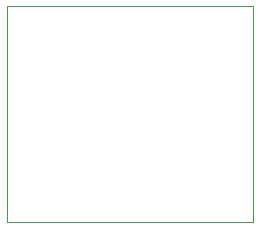
<source format=gko>
G04 (created by PCBNEW (2013-07-07 BZR 4022)-stable) date 15/01/2015 15:50:08*
%MOIN*%
G04 Gerber Fmt 3.4, Leading zero omitted, Abs format*
%FSLAX34Y34*%
G01*
G70*
G90*
G04 APERTURE LIST*
%ADD10C,0.00590551*%
%ADD11C,0.00393701*%
G04 APERTURE END LIST*
G54D10*
G54D11*
X42050Y-24450D02*
X42150Y-24450D01*
X42050Y-31650D02*
X42050Y-24450D01*
X50250Y-31650D02*
X42050Y-31650D01*
X50250Y-24450D02*
X50250Y-31650D01*
X42150Y-24450D02*
X50250Y-24450D01*
M02*

</source>
